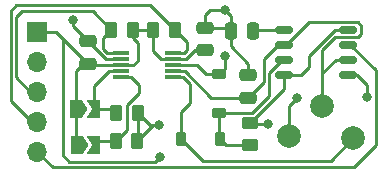
<source format=gtl>
%TF.GenerationSoftware,KiCad,Pcbnew,7.0.2*%
%TF.CreationDate,2023-07-05T23:29:04-07:00*%
%TF.ProjectId,555-timer-pwm-with-digipot,3535352d-7469-46d6-9572-2d70776d2d77,rev?*%
%TF.SameCoordinates,Original*%
%TF.FileFunction,Copper,L1,Top*%
%TF.FilePolarity,Positive*%
%FSLAX46Y46*%
G04 Gerber Fmt 4.6, Leading zero omitted, Abs format (unit mm)*
G04 Created by KiCad (PCBNEW 7.0.2) date 2023-07-05 23:29:04*
%MOMM*%
%LPD*%
G01*
G04 APERTURE LIST*
G04 Aperture macros list*
%AMRoundRect*
0 Rectangle with rounded corners*
0 $1 Rounding radius*
0 $2 $3 $4 $5 $6 $7 $8 $9 X,Y pos of 4 corners*
0 Add a 4 corners polygon primitive as box body*
4,1,4,$2,$3,$4,$5,$6,$7,$8,$9,$2,$3,0*
0 Add four circle primitives for the rounded corners*
1,1,$1+$1,$2,$3*
1,1,$1+$1,$4,$5*
1,1,$1+$1,$6,$7*
1,1,$1+$1,$8,$9*
0 Add four rect primitives between the rounded corners*
20,1,$1+$1,$2,$3,$4,$5,0*
20,1,$1+$1,$4,$5,$6,$7,0*
20,1,$1+$1,$6,$7,$8,$9,0*
20,1,$1+$1,$8,$9,$2,$3,0*%
%AMFreePoly0*
4,1,6,1.000000,0.000000,0.500000,-0.750000,-0.500000,-0.750000,-0.500000,0.750000,0.500000,0.750000,1.000000,0.000000,1.000000,0.000000,$1*%
%AMFreePoly1*
4,1,6,0.500000,-0.750000,-0.650000,-0.750000,-0.150000,0.000000,-0.650000,0.750000,0.500000,0.750000,0.500000,-0.750000,0.500000,-0.750000,$1*%
G04 Aperture macros list end*
%TA.AperFunction,SMDPad,CuDef*%
%ADD10RoundRect,0.250000X-0.262500X-0.450000X0.262500X-0.450000X0.262500X0.450000X-0.262500X0.450000X0*%
%TD*%
%TA.AperFunction,ComponentPad*%
%ADD11R,1.700000X1.700000*%
%TD*%
%TA.AperFunction,ComponentPad*%
%ADD12O,1.700000X1.700000*%
%TD*%
%TA.AperFunction,SMDPad,CuDef*%
%ADD13FreePoly0,0.000000*%
%TD*%
%TA.AperFunction,SMDPad,CuDef*%
%ADD14FreePoly1,0.000000*%
%TD*%
%TA.AperFunction,ComponentPad*%
%ADD15C,2.000000*%
%TD*%
%TA.AperFunction,SMDPad,CuDef*%
%ADD16RoundRect,0.250000X-0.450000X0.262500X-0.450000X-0.262500X0.450000X-0.262500X0.450000X0.262500X0*%
%TD*%
%TA.AperFunction,SMDPad,CuDef*%
%ADD17RoundRect,0.225000X0.225000X0.375000X-0.225000X0.375000X-0.225000X-0.375000X0.225000X-0.375000X0*%
%TD*%
%TA.AperFunction,SMDPad,CuDef*%
%ADD18RoundRect,0.225000X-0.375000X0.225000X-0.375000X-0.225000X0.375000X-0.225000X0.375000X0.225000X0*%
%TD*%
%TA.AperFunction,SMDPad,CuDef*%
%ADD19RoundRect,0.250000X0.262500X0.450000X-0.262500X0.450000X-0.262500X-0.450000X0.262500X-0.450000X0*%
%TD*%
%TA.AperFunction,SMDPad,CuDef*%
%ADD20RoundRect,0.250000X0.475000X-0.250000X0.475000X0.250000X-0.475000X0.250000X-0.475000X-0.250000X0*%
%TD*%
%TA.AperFunction,SMDPad,CuDef*%
%ADD21RoundRect,0.150000X0.625000X0.150000X-0.625000X0.150000X-0.625000X-0.150000X0.625000X-0.150000X0*%
%TD*%
%TA.AperFunction,SMDPad,CuDef*%
%ADD22RoundRect,0.250000X0.250000X0.475000X-0.250000X0.475000X-0.250000X-0.475000X0.250000X-0.475000X0*%
%TD*%
%TA.AperFunction,SMDPad,CuDef*%
%ADD23RoundRect,0.250000X-0.475000X0.250000X-0.475000X-0.250000X0.475000X-0.250000X0.475000X0.250000X0*%
%TD*%
%TA.AperFunction,SMDPad,CuDef*%
%ADD24R,1.400000X0.300000*%
%TD*%
%TA.AperFunction,ViaPad*%
%ADD25C,0.800000*%
%TD*%
%TA.AperFunction,Conductor*%
%ADD26C,0.250000*%
%TD*%
G04 APERTURE END LIST*
D10*
%TO.P,R5,1*%
%TO.N,/a1*%
X142703500Y-94795000D03*
%TO.P,R5,2*%
%TO.N,GND*%
X144528500Y-94795000D03*
%TD*%
D11*
%TO.P,J1,1,Pin_1*%
%TO.N,VCC*%
X136012000Y-87957000D03*
D12*
%TO.P,J1,2,Pin_2*%
%TO.N,GND*%
X136012000Y-90497000D03*
%TO.P,J1,3,Pin_3*%
%TO.N,/sda*%
X136012000Y-93037000D03*
%TO.P,J1,4,Pin_4*%
%TO.N,/scl*%
X136012000Y-95577000D03*
%TO.P,J1,5,Pin_5*%
%TO.N,/out*%
X136012000Y-98117000D03*
%TD*%
D13*
%TO.P,A1,1,A*%
%TO.N,VCC*%
X139355000Y-94475000D03*
D14*
%TO.P,A1,2,B*%
%TO.N,/a1*%
X140805000Y-94475000D03*
%TD*%
D10*
%TO.P,R3,1*%
%TO.N,VCC*%
X145857500Y-87800000D03*
%TO.P,R3,2*%
%TO.N,/scl*%
X147682500Y-87800000D03*
%TD*%
D15*
%TO.P,RL,1,1*%
%TO.N,Net-(D1-K)*%
X157352000Y-96791000D03*
%TD*%
D16*
%TO.P,R1,1*%
%TO.N,VCC*%
X154009000Y-95719500D03*
%TO.P,R1,2*%
%TO.N,Net-(D1-A)*%
X154009000Y-97544500D03*
%TD*%
D13*
%TO.P,A0,1,A*%
%TO.N,VCC*%
X139361000Y-97523000D03*
D14*
%TO.P,A0,2,B*%
%TO.N,/a0*%
X140811000Y-97523000D03*
%TD*%
D15*
%TO.P,RW,1,1*%
%TO.N,Net-(U1-THRES)*%
X160146000Y-94237000D03*
%TD*%
D17*
%TO.P,D2,1,K*%
%TO.N,Net-(D1-A)*%
X151517000Y-97007000D03*
%TO.P,D2,2,A*%
%TO.N,Net-(D2-A)*%
X148217000Y-97007000D03*
%TD*%
D18*
%TO.P,D1,1,K*%
%TO.N,Net-(D1-K)*%
X151442000Y-91561000D03*
%TO.P,D1,2,A*%
%TO.N,Net-(D1-A)*%
X151442000Y-94861000D03*
%TD*%
D19*
%TO.P,R2,1*%
%TO.N,VCC*%
X144126500Y-87771000D03*
%TO.P,R2,2*%
%TO.N,/sda*%
X142301500Y-87771000D03*
%TD*%
D20*
%TO.P,C4,1*%
%TO.N,VCC*%
X150214000Y-89497000D03*
%TO.P,C4,2*%
%TO.N,GND*%
X150214000Y-87597000D03*
%TD*%
D21*
%TO.P,U1,1,GND*%
%TO.N,GND*%
X162364000Y-91592000D03*
%TO.P,U1,2,TRIG*%
%TO.N,Net-(U1-THRES)*%
X162364000Y-90322000D03*
%TO.P,U1,3,OUT*%
%TO.N,/out*%
X162364000Y-89052000D03*
%TO.P,U1,4,RESET*%
%TO.N,VCC*%
X162364000Y-87782000D03*
%TO.P,U1,5,CONT*%
%TO.N,Net-(U1-CONT)*%
X156964000Y-87782000D03*
%TO.P,U1,6,THRES*%
%TO.N,Net-(U1-THRES)*%
X156964000Y-89052000D03*
%TO.P,U1,7,DISCH*%
%TO.N,Net-(D1-A)*%
X156964000Y-90322000D03*
%TO.P,U1,8,VCC*%
%TO.N,VCC*%
X156964000Y-91592000D03*
%TD*%
D20*
%TO.P,C1,1*%
%TO.N,Net-(U1-THRES)*%
X153897000Y-93548000D03*
%TO.P,C1,2*%
%TO.N,GND*%
X153897000Y-91648000D03*
%TD*%
D22*
%TO.P,C2,1*%
%TO.N,Net-(U1-CONT)*%
X154339000Y-87861000D03*
%TO.P,C2,2*%
%TO.N,GND*%
X152439000Y-87861000D03*
%TD*%
D15*
%TO.P,RH,1,1*%
%TO.N,Net-(D2-A)*%
X162813000Y-96932000D03*
%TD*%
D23*
%TO.P,C3,1*%
%TO.N,GND*%
X140308000Y-88778000D03*
%TO.P,C3,2*%
%TO.N,VCC*%
X140308000Y-90678000D03*
%TD*%
D10*
%TO.P,R4,1*%
%TO.N,/a0*%
X142674500Y-97208000D03*
%TO.P,R4,2*%
%TO.N,GND*%
X144499500Y-97208000D03*
%TD*%
D24*
%TO.P,U2,1,SDA*%
%TO.N,/sda*%
X143116000Y-89775000D03*
%TO.P,U2,2,GND*%
%TO.N,GND*%
X143116000Y-90275000D03*
%TO.P,U2,3,VCC*%
%TO.N,VCC*%
X143116000Y-90775000D03*
%TO.P,U2,4,A1*%
%TO.N,/a1*%
X143116000Y-91275000D03*
%TO.P,U2,5,A0*%
%TO.N,/a0*%
X143116000Y-91775000D03*
%TO.P,U2,6,RH*%
%TO.N,Net-(D2-A)*%
X147516000Y-91775000D03*
%TO.P,U2,7,RW*%
%TO.N,Net-(U1-THRES)*%
X147516000Y-91275000D03*
%TO.P,U2,8,RL*%
%TO.N,Net-(D1-K)*%
X147516000Y-90775000D03*
%TO.P,U2,9,V+*%
%TO.N,VCC*%
X147516000Y-90275000D03*
%TO.P,U2,10,SCL*%
%TO.N,/scl*%
X147516000Y-89775000D03*
%TD*%
D25*
%TO.N,GND*%
X151892000Y-86106000D03*
X139065000Y-86995000D03*
X163957000Y-93472000D03*
X146304000Y-95885000D03*
%TO.N,VCC*%
X155575000Y-95758000D03*
X146431000Y-98552000D03*
%TO.N,Net-(D1-K)*%
X157988000Y-93599000D03*
X151892000Y-90043000D03*
%TD*%
D26*
%TO.N,Net-(U1-THRES)*%
X148516000Y-91275000D02*
X147516000Y-91275000D01*
X155194000Y-92251000D02*
X155194000Y-90297000D01*
X150789000Y-93548000D02*
X148516000Y-91275000D01*
X161315000Y-90322000D02*
X162364000Y-90322000D01*
X157140751Y-89052000D02*
X159035751Y-87157000D01*
X163185751Y-87157000D02*
X163464000Y-87435249D01*
X153897000Y-93548000D02*
X155194000Y-92251000D01*
X153897000Y-93548000D02*
X150789000Y-93548000D01*
X155194000Y-90297000D02*
X156439000Y-89052000D01*
X163185751Y-88407000D02*
X161276396Y-88407000D01*
X163464000Y-88128751D02*
X163185751Y-88407000D01*
X156964000Y-89052000D02*
X157140751Y-89052000D01*
X159035751Y-87157000D02*
X163185751Y-87157000D01*
X156439000Y-89052000D02*
X156964000Y-89052000D01*
X160146000Y-89537396D02*
X160146000Y-91491000D01*
X160146000Y-94237000D02*
X160146000Y-91491000D01*
X163464000Y-87435249D02*
X163464000Y-88128751D01*
X160146000Y-91491000D02*
X161315000Y-90322000D01*
X161276396Y-88407000D02*
X160146000Y-89537396D01*
%TO.N,GND*%
X151892000Y-86106000D02*
X150622000Y-86106000D01*
X163957000Y-92456000D02*
X163093000Y-91592000D01*
X152175000Y-87597000D02*
X150214000Y-87597000D01*
X152439000Y-87861000D02*
X152175000Y-87597000D01*
X144528500Y-94795000D02*
X144528500Y-97179000D01*
X139065000Y-87504396D02*
X141835604Y-90275000D01*
X144528500Y-97179000D02*
X144499500Y-97208000D01*
X145822500Y-95885000D02*
X144499500Y-97208000D01*
X150622000Y-86106000D02*
X150214000Y-86514000D01*
X139065000Y-86995000D02*
X139065000Y-87504396D01*
X146304000Y-95885000D02*
X145618500Y-95885000D01*
X163093000Y-91592000D02*
X162364000Y-91592000D01*
X152439000Y-89193000D02*
X153897000Y-90651000D01*
X152439000Y-86653000D02*
X152439000Y-89193000D01*
X153897000Y-90651000D02*
X153897000Y-91648000D01*
X145618500Y-95885000D02*
X144528500Y-94795000D01*
X141835604Y-90275000D02*
X143116000Y-90275000D01*
X146304000Y-95885000D02*
X145822500Y-95885000D01*
X150214000Y-86514000D02*
X150214000Y-87597000D01*
X151892000Y-86106000D02*
X152439000Y-86653000D01*
X163957000Y-93472000D02*
X163957000Y-92456000D01*
%TO.N,Net-(U1-CONT)*%
X154545000Y-87782000D02*
X154339000Y-87988000D01*
X156964000Y-87782000D02*
X154545000Y-87782000D01*
%TO.N,VCC*%
X156964000Y-92764500D02*
X154009000Y-95719500D01*
X139355000Y-97517000D02*
X139361000Y-97523000D01*
X138176000Y-98425000D02*
X138176000Y-88519000D01*
X147516000Y-90275000D02*
X146516000Y-90275000D01*
X155575000Y-95758000D02*
X154047500Y-95758000D01*
X138742000Y-98991000D02*
X138176000Y-98425000D01*
X144155500Y-87800000D02*
X144126500Y-87771000D01*
X140308000Y-90651000D02*
X140308000Y-90678000D01*
X145857500Y-87800000D02*
X144155500Y-87800000D01*
X154047500Y-95758000D02*
X154009000Y-95719500D01*
X138176000Y-88519000D02*
X137614000Y-87957000D01*
X158344000Y-91592000D02*
X156964000Y-91592000D01*
X140405000Y-90775000D02*
X140308000Y-90678000D01*
X139355000Y-94475000D02*
X139355000Y-97517000D01*
X149391396Y-89497000D02*
X150214000Y-89497000D01*
X161265000Y-87782000D02*
X159004000Y-90043000D01*
X140308000Y-90678000D02*
X139927000Y-90678000D01*
X147516000Y-90275000D02*
X148613396Y-90275000D01*
X144126500Y-88500500D02*
X144526000Y-88900000D01*
X136012000Y-87957000D02*
X137614000Y-87957000D01*
X144526000Y-88900000D02*
X144526000Y-90424000D01*
X144175000Y-90775000D02*
X143116000Y-90775000D01*
X144126500Y-87771000D02*
X144126500Y-88500500D01*
X146431000Y-98552000D02*
X145992000Y-98991000D01*
X144526000Y-90424000D02*
X144175000Y-90775000D01*
X139355000Y-91250000D02*
X139355000Y-94475000D01*
X139927000Y-90678000D02*
X139355000Y-91250000D01*
X146516000Y-90275000D02*
X145857500Y-89616500D01*
X137614000Y-87957000D02*
X140308000Y-90651000D01*
X143116000Y-90775000D02*
X140405000Y-90775000D01*
X148613396Y-90275000D02*
X149391396Y-89497000D01*
X145992000Y-98991000D02*
X138742000Y-98991000D01*
X162364000Y-87782000D02*
X161265000Y-87782000D01*
X159004000Y-90043000D02*
X159004000Y-90932000D01*
X159004000Y-90932000D02*
X158344000Y-91592000D01*
X156964000Y-91592000D02*
X156964000Y-92764500D01*
X145857500Y-89616500D02*
X145857500Y-87800000D01*
%TO.N,Net-(D1-K)*%
X157352000Y-94235000D02*
X157352000Y-96791000D01*
X151892000Y-91111000D02*
X151442000Y-91561000D01*
X150362000Y-91561000D02*
X149576000Y-90775000D01*
X149576000Y-90775000D02*
X147516000Y-90775000D01*
X157988000Y-93599000D02*
X157352000Y-94235000D01*
X151442000Y-91561000D02*
X150362000Y-91561000D01*
X151892000Y-90043000D02*
X151892000Y-91111000D01*
%TO.N,Net-(D1-A)*%
X154186000Y-94861000D02*
X151442000Y-94861000D01*
X155644000Y-91465249D02*
X155644000Y-93403000D01*
X156964000Y-90322000D02*
X156787249Y-90322000D01*
X151442000Y-94861000D02*
X151442000Y-96932000D01*
X156787249Y-90322000D02*
X155644000Y-91465249D01*
X154009000Y-97544500D02*
X152054500Y-97544500D01*
X152054500Y-97544500D02*
X151517000Y-97007000D01*
X151442000Y-96932000D02*
X151517000Y-97007000D01*
X155644000Y-93403000D02*
X154186000Y-94861000D01*
%TO.N,Net-(D2-A)*%
X148971000Y-93980000D02*
X148971000Y-92366396D01*
X150088000Y-98878000D02*
X148217000Y-97007000D01*
X148217000Y-94734000D02*
X148971000Y-93980000D01*
X162813000Y-96932000D02*
X160867000Y-98878000D01*
X148379604Y-91775000D02*
X147516000Y-91775000D01*
X148217000Y-97007000D02*
X148217000Y-94734000D01*
X160867000Y-98878000D02*
X150088000Y-98878000D01*
X148971000Y-92366396D02*
X148379604Y-91775000D01*
%TO.N,/sda*%
X141972000Y-89775000D02*
X141605000Y-89408000D01*
X134239000Y-91821000D02*
X135455000Y-93037000D01*
X141605000Y-89408000D02*
X141605000Y-88519000D01*
X140763500Y-86233000D02*
X134747000Y-86233000D01*
X134747000Y-86233000D02*
X134239000Y-86741000D01*
X142301500Y-87822500D02*
X142301500Y-87771000D01*
X135455000Y-93037000D02*
X136012000Y-93037000D01*
X134239000Y-86741000D02*
X134239000Y-91821000D01*
X141605000Y-88519000D02*
X142301500Y-87822500D01*
X143116000Y-89775000D02*
X141972000Y-89775000D01*
X142301500Y-87771000D02*
X140763500Y-86233000D01*
%TO.N,/scl*%
X135582000Y-95577000D02*
X136012000Y-95577000D01*
X133789000Y-93784000D02*
X135582000Y-95577000D01*
X147516000Y-89775000D02*
X148477000Y-89775000D01*
X145607500Y-85725000D02*
X134239000Y-85725000D01*
X148477000Y-89775000D02*
X148717000Y-89535000D01*
X148717000Y-88834500D02*
X145607500Y-85725000D01*
X134239000Y-85725000D02*
X133789000Y-86175000D01*
X133789000Y-86175000D02*
X133789000Y-93784000D01*
X148717000Y-89535000D02*
X148717000Y-88834500D01*
%TO.N,/out*%
X162364000Y-89052000D02*
X162540751Y-89052000D01*
X162540751Y-89052000D02*
X164719000Y-91230249D01*
X164719000Y-97536000D02*
X162814000Y-99441000D01*
X164719000Y-91230249D02*
X164719000Y-97536000D01*
X162814000Y-99441000D02*
X137336000Y-99441000D01*
X137336000Y-99441000D02*
X136012000Y-98117000D01*
%TO.N,/a0*%
X144653000Y-93144827D02*
X143637000Y-94160827D01*
X143637000Y-96245500D02*
X142674500Y-97208000D01*
X143116000Y-91775000D02*
X143972000Y-91775000D01*
X141126000Y-97208000D02*
X140811000Y-97523000D01*
X143972000Y-91775000D02*
X144653000Y-92456000D01*
X143637000Y-94160827D02*
X143637000Y-96245500D01*
X142674500Y-97208000D02*
X141126000Y-97208000D01*
X144653000Y-92456000D02*
X144653000Y-93144827D01*
%TO.N,/a1*%
X140805000Y-92586000D02*
X140805000Y-94475000D01*
X140805000Y-94475000D02*
X142383500Y-94475000D01*
X142383500Y-94475000D02*
X142703500Y-94795000D01*
X143116000Y-91275000D02*
X142116000Y-91275000D01*
X142116000Y-91275000D02*
X140805000Y-92586000D01*
%TD*%
M02*

</source>
